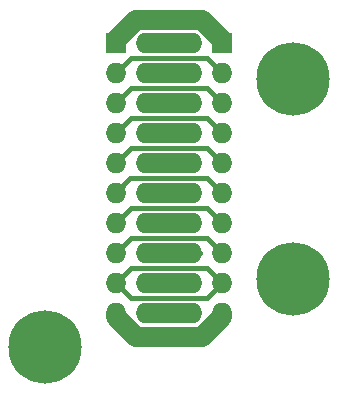
<source format=gtl>
G04 #@! TF.GenerationSoftware,KiCad,Pcbnew,(2016-12-15 revision b13c7e4)-master*
G04 #@! TF.CreationDate,2017-01-30T13:25:33-07:00*
G04 #@! TF.ProjectId,carriage_connector,63617272696167655F636F6E6E656374,0.5*
G04 #@! TF.FileFunction,Copper,L1,Top,Signal*
G04 #@! TF.FilePolarity,Positive*
%FSLAX46Y46*%
G04 Gerber Fmt 4.6, Leading zero omitted, Abs format (unit mm)*
G04 Created by KiCad (PCBNEW (2016-12-15 revision b13c7e4)-master) date Mon Jan 30 13:25:33 2017*
%MOMM*%
%LPD*%
G01*
G04 APERTURE LIST*
%ADD10C,0.100000*%
%ADD11C,6.200000*%
%ADD12R,1.727200X1.727200*%
%ADD13O,1.727200X1.727200*%
%ADD14C,1.727200*%
%ADD15C,0.400000*%
G04 APERTURE END LIST*
D10*
D11*
X156000000Y-113000000D03*
X135000000Y-118720000D03*
X156000000Y-96000000D03*
D12*
X150000000Y-93000000D03*
D13*
X147460000Y-93000000D03*
X150000000Y-95540000D03*
X147460000Y-95540000D03*
X150000000Y-98080000D03*
X147460000Y-98080000D03*
X150000000Y-100620000D03*
X147460000Y-100620000D03*
X150000000Y-103160000D03*
X147460000Y-103160000D03*
X150000000Y-105700000D03*
X147460000Y-105700000D03*
X150000000Y-108240000D03*
X147460000Y-108240000D03*
X150000000Y-110780000D03*
X147460000Y-110780000D03*
X150000000Y-113320000D03*
X147460000Y-113320000D03*
X150000000Y-115860000D03*
X147460000Y-115860000D03*
X143540000Y-115860000D03*
X141000000Y-115860000D03*
X143540000Y-113320000D03*
X141000000Y-113320000D03*
X143540000Y-110780000D03*
X141000000Y-110780000D03*
X143540000Y-108240000D03*
X141000000Y-108240000D03*
X143540000Y-105700000D03*
X141000000Y-105700000D03*
X143540000Y-103160000D03*
X141000000Y-103160000D03*
X143540000Y-100620000D03*
X141000000Y-100620000D03*
X143540000Y-98080000D03*
X141000000Y-98080000D03*
X143540000Y-95540000D03*
X141000000Y-95540000D03*
X143540000Y-93000000D03*
D12*
X141000000Y-93000000D03*
D14*
X150000000Y-116144643D02*
X148288453Y-117856190D01*
X142708660Y-117856190D02*
X141000000Y-116147530D01*
X148288453Y-117856190D02*
X142708660Y-117856190D01*
X141000000Y-116147530D02*
X141000000Y-115860000D01*
X150000000Y-115860000D02*
X150000000Y-116144643D01*
X143540000Y-115860000D02*
X147460000Y-115860000D01*
X143540000Y-113320000D02*
X147460000Y-113320000D01*
D15*
X148730208Y-112050208D02*
X150000000Y-113320000D01*
X141030000Y-113320000D02*
X142299792Y-112050208D01*
X142299792Y-112050208D02*
X148730208Y-112050208D01*
X141000000Y-113320000D02*
X141030000Y-113320000D01*
X150000000Y-113320000D02*
X148730440Y-114589560D01*
X142269560Y-114589560D02*
X141000000Y-113320000D01*
X142269560Y-114589560D02*
X148730440Y-114589560D01*
D14*
X143540000Y-110780000D02*
X147460000Y-110780000D01*
D15*
X147460000Y-110780000D02*
X148129870Y-110780000D01*
X143540000Y-110540000D02*
X143540000Y-110780000D01*
D14*
X143540000Y-108240000D02*
X147460000Y-108240000D01*
D15*
X143240000Y-108240000D02*
X143540000Y-108240000D01*
D14*
X143540000Y-105700000D02*
X147460000Y-105700000D01*
X143540000Y-103160000D02*
X147460000Y-103160000D01*
D15*
X148729309Y-109509309D02*
X150000000Y-110780000D01*
X142270691Y-109509309D02*
X148729309Y-109509309D01*
X141000000Y-110780000D02*
X142270691Y-109509309D01*
D14*
X143540000Y-100620000D02*
X147460000Y-100620000D01*
X143540000Y-98080000D02*
X147460000Y-98080000D01*
X143540000Y-95540000D02*
X147460000Y-95540000D01*
X141000000Y-93000000D02*
X141000000Y-92696452D01*
X141000000Y-92696452D02*
X142693237Y-91003215D01*
X142693237Y-91003215D02*
X148303144Y-91003215D01*
X148303144Y-91003215D02*
X150000000Y-92700071D01*
X150000000Y-92700071D02*
X150000000Y-93000000D01*
X143540000Y-93000000D02*
X147460000Y-93000000D01*
D15*
X148729468Y-94269468D02*
X150000000Y-95540000D01*
X142270532Y-94269468D02*
X148729468Y-94269468D01*
X141000000Y-95540000D02*
X142270532Y-94269468D01*
X148730942Y-96810942D02*
X150000000Y-98080000D01*
X142269058Y-96810942D02*
X148730942Y-96810942D01*
X141000000Y-98080000D02*
X142269058Y-96810942D01*
X148730807Y-99350807D02*
X150000000Y-100620000D01*
X142269193Y-99350807D02*
X148730807Y-99350807D01*
X141000000Y-100620000D02*
X142269193Y-99350807D01*
X148731359Y-101891359D02*
X150000000Y-103160000D01*
X142268641Y-101891359D02*
X148731359Y-101891359D01*
X141000000Y-103160000D02*
X142268641Y-101891359D01*
X148731865Y-104431865D02*
X150000000Y-105700000D01*
X141000000Y-105700000D02*
X142268135Y-104431865D01*
X142268135Y-104431865D02*
X148731865Y-104431865D01*
X148727875Y-106967875D02*
X150000000Y-108240000D01*
X142272125Y-106967875D02*
X148727875Y-106967875D01*
X141000000Y-108240000D02*
X142272125Y-106967875D01*
M02*

</source>
